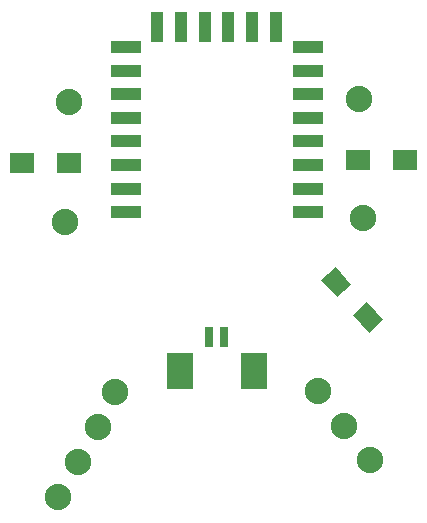
<source format=gbl>
G04 #@! TF.GenerationSoftware,KiCad,Pcbnew,(2017-05-14 revision 14bb238b3)-makepkg*
G04 #@! TF.CreationDate,2017-07-07T13:01:08-06:00*
G04 #@! TF.ProjectId,001,3030312E6B696361645F706362000000,rev?*
G04 #@! TF.FileFunction,Copper,L2,Bot,Signal*
G04 #@! TF.FilePolarity,Positive*
%FSLAX46Y46*%
G04 Gerber Fmt 4.6, Leading zero omitted, Abs format (unit mm)*
G04 Created by KiCad (PCBNEW (2017-05-14 revision 14bb238b3)-makepkg) date 07/07/17 13:01:08*
%MOMM*%
%LPD*%
G01*
G04 APERTURE LIST*
%ADD10C,0.100000*%
%ADD11R,2.500000X1.100000*%
%ADD12R,1.100000X2.500000*%
%ADD13C,2.235200*%
%ADD14C,1.600000*%
%ADD15R,2.000000X1.700000*%
%ADD16R,2.200000X3.100000*%
%ADD17R,0.800000X1.700000*%
G04 APERTURE END LIST*
D10*
D11*
X122412020Y-75307360D03*
X122412020Y-73307360D03*
X122412020Y-71307360D03*
X122412020Y-69307360D03*
X122412020Y-67307360D03*
X122412020Y-65307360D03*
X122412020Y-63307360D03*
X122412020Y-61307360D03*
X137812020Y-61307360D03*
X137812020Y-63307360D03*
X137812020Y-65307360D03*
X137812020Y-67307360D03*
X137812020Y-69307360D03*
X137812020Y-71307360D03*
X137812020Y-73307360D03*
X137812020Y-75307360D03*
D12*
X125102020Y-59607360D03*
X127102020Y-59607360D03*
X129102020Y-59607360D03*
X131102020Y-59607360D03*
X133102020Y-59607360D03*
X135102020Y-59607360D03*
D13*
X121473720Y-90496560D03*
X120025920Y-93493760D03*
X118400320Y-96440160D03*
X116647720Y-99437360D03*
X142479520Y-75815360D03*
X142174720Y-65706160D03*
X138720320Y-90445760D03*
X140853920Y-93392160D03*
X117574820Y-65960160D03*
X143063720Y-96313160D03*
D14*
X142928781Y-84210450D03*
D10*
G36*
X141665135Y-84002610D02*
X142854166Y-82932001D01*
X144192427Y-84418290D01*
X143003396Y-85488899D01*
X141665135Y-84002610D01*
X141665135Y-84002610D01*
G37*
D14*
X140252259Y-81237870D03*
D10*
G36*
X138988613Y-81030030D02*
X140177644Y-79959421D01*
X141515905Y-81445710D01*
X140326874Y-82516319D01*
X138988613Y-81030030D01*
X138988613Y-81030030D01*
G37*
D13*
X117308120Y-76145560D03*
D15*
X113631720Y-71090960D03*
X117631720Y-71090960D03*
X146079720Y-70913160D03*
X142079720Y-70913160D03*
D16*
X126984720Y-88771560D03*
X133234720Y-88771560D03*
D17*
X129484720Y-85871560D03*
X130734720Y-85871560D03*
M02*

</source>
